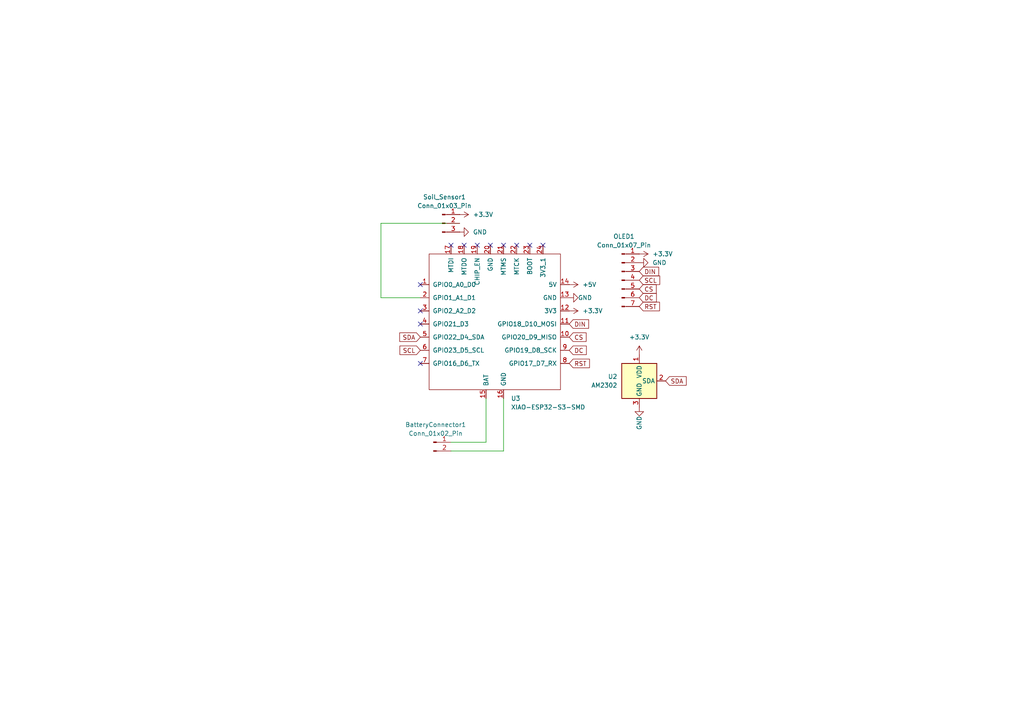
<source format=kicad_sch>
(kicad_sch (version 20250114) (generator "eeschema") (generator_version "9.0")
  (paper "A4")
  (lib_symbols
    (symbol "Connector:Conn_01x02_Pin" (pin_names (offset 1.016) (hide yes))
      (property "Reference" "J" (at 0 2.54 0))
      (property "Value" "Conn_01x02_Pin" (at 0 -5.08 0))
      (symbol "Conn_01x02_Pin_1_1"
        (rectangle (start 0.8636 0.127) (end 0 -0.127) (stroke (width 0.1524)) (fill (type outline)))
        (rectangle (start 0.8636 -2.413) (end 0 -2.667) (stroke (width 0.1524)) (fill (type outline)))
        (polyline (pts (xy 1.27 0) (xy 0.8636 0)) (stroke (width 0.1524)))
        (polyline (pts (xy 1.27 -2.54) (xy 0.8636 -2.54)) (stroke (width 0.1524)))
        (pin passive line (at 5.08 0 180) (length 3.81) (name "Pin_1") (number "1"))
        (pin passive line (at 5.08 -2.54 180) (length 3.81) (name "Pin_2") (number "2"))
      )
    )
    (symbol "Connector:Conn_01x03_Pin" (pin_names (offset 1.016) (hide yes))
      (property "Reference" "J" (at 0 5.08 0))
      (property "Value" "Conn_01x03_Pin" (at 0 -5.08 0))
      (symbol "Conn_01x03_Pin_1_1"
        (rectangle (start 0.8636 2.667) (end 0 2.413) (stroke (width 0.1524)) (fill (type outline)))
        (rectangle (start 0.8636 0.127) (end 0 -0.127) (stroke (width 0.1524)) (fill (type outline)))
        (rectangle (start 0.8636 -2.413) (end 0 -2.667) (stroke (width 0.1524)) (fill (type outline)))
        (polyline (pts (xy 1.27 2.54) (xy 0.8636 2.54)) (stroke (width 0.1524)))
        (polyline (pts (xy 1.27 0) (xy 0.8636 0)) (stroke (width 0.1524)))
        (polyline (pts (xy 1.27 -2.54) (xy 0.8636 -2.54)) (stroke (width 0.1524)))
        (pin passive line (at 5.08 2.54 180) (length 3.81) (name "Pin_1") (number "1"))
        (pin passive line (at 5.08 0 180) (length 3.81) (name "Pin_2") (number "2"))
        (pin passive line (at 5.08 -2.54 180) (length 3.81) (name "Pin_3") (number "3"))
      )
    )
    (symbol "Connector:Conn_01x07_Pin" (pin_names (offset 1.016) (hide yes))
      (property "Reference" "J" (at 0 10.16 0))
      (property "Value" "Conn_01x07_Pin" (at 0 -10.16 0))
      (symbol "Conn_01x07_Pin_1_1"
        (rectangle (start 0.8636 7.747) (end 0 7.493) (stroke (width 0.1524)) (fill (type outline)))
        (rectangle (start 0.8636 5.207) (end 0 4.953) (stroke (width 0.1524)) (fill (type outline)))
        (rectangle (start 0.8636 2.667) (end 0 2.413) (stroke (width 0.1524)) (fill (type outline)))
        (rectangle (start 0.8636 0.127) (end 0 -0.127) (stroke (width 0.1524)) (fill (type outline)))
        (rectangle (start 0.8636 -2.413) (end 0 -2.667) (stroke (width 0.1524)) (fill (type outline)))
        (rectangle (start 0.8636 -4.953) (end 0 -5.207) (stroke (width 0.1524)) (fill (type outline)))
        (rectangle (start 0.8636 -7.493) (end 0 -7.747) (stroke (width 0.1524)) (fill (type outline)))
        (polyline (pts (xy 1.27 7.62) (xy 0.8636 7.62)) (stroke (width 0.1524)))
        (polyline (pts (xy 1.27 5.08) (xy 0.8636 5.08)) (stroke (width 0.1524)))
        (polyline (pts (xy 1.27 2.54) (xy 0.8636 2.54)) (stroke (width 0.1524)))
        (polyline (pts (xy 1.27 0) (xy 0.8636 0)) (stroke (width 0.1524)))
        (polyline (pts (xy 1.27 -2.54) (xy 0.8636 -2.54)) (stroke (width 0.1524)))
        (polyline (pts (xy 1.27 -5.08) (xy 0.8636 -5.08)) (stroke (width 0.1524)))
        (polyline (pts (xy 1.27 -7.62) (xy 0.8636 -7.62)) (stroke (width 0.1524)))
        (pin passive line (at 5.08 7.62 180) (length 3.81) (name "Pin_1") (number "1"))
        (pin passive line (at 5.08 5.08 180) (length 3.81) (name "Pin_2") (number "2"))
        (pin passive line (at 5.08 2.54 180) (length 3.81) (name "Pin_3") (number "3"))
        (pin passive line (at 5.08 0 180) (length 3.81) (name "Pin_4") (number "4"))
        (pin passive line (at 5.08 -2.54 180) (length 3.81) (name "Pin_5") (number "5"))
        (pin passive line (at 5.08 -5.08 180) (length 3.81) (name "Pin_6") (number "6"))
        (pin passive line (at 5.08 -7.62 180) (length 3.81) (name "Pin_7") (number "7"))
      )
    )
    (symbol "OPL:XIAO-ESP32-C6-SMD" (pin_names (offset 1.016))
      (property "Reference" "U" (at -18.542 23.114 0))
      (property "Value" "XIAO-ESP32-S3-SMD" (at -8.382 21.336 0))
      (symbol "XIAO-ESP32-C6-SMD_0_1"
        (rectangle (start 19.05 -19.05) (end -19.05 20.32))
      )
      (symbol "XIAO-ESP32-C6-SMD_1_1"
        (pin passive line (at -21.59 11.43 0) (length 2.54) (name "GPIO0_A0_D0") (number "1"))
        (pin passive line (at -21.59 7.62 0) (length 2.54) (name "GPIO1_A1_D1") (number "2"))
        (pin passive line (at -21.59 3.81 0) (length 2.54) (name "GPIO2_A2_D2") (number "3"))
        (pin passive line (at -21.59 0 0) (length 2.54) (name "GPIO21_D3") (number "4"))
        (pin passive line (at -21.59 -3.81 0) (length 2.54) (name "GPIO22_D4_SDA") (number "5"))
        (pin passive line (at -21.59 -7.62 0) (length 2.54) (name "GPIO23_D5_SCL") (number "6"))
        (pin passive line (at -21.59 -11.43 0) (length 2.54) (name "GPIO16_D6_TX") (number "7"))
        (pin passive line (at -12.7 22.86 270) (length 2.54) (name "MTDI") (number "17"))
        (pin passive line (at -8.89 22.86 270) (length 2.54) (name "MTDO") (number "18"))
        (pin passive line (at -5.08 22.86 270) (length 2.54) (name "CHIP_EN") (number "19"))
        (pin passive line (at -2.54 -21.59 90) (length 2.54) (name "BAT") (number "15"))
        (pin passive line (at -1.27 22.86 270) (length 2.54) (name "GND") (number "20"))
        (pin passive line (at 2.54 22.86 270) (length 2.54) (name "MTMS") (number "21"))
        (pin passive line (at 2.54 -21.59 90) (length 2.54) (name "GND") (number "16"))
        (pin passive line (at 6.35 22.86 270) (length 2.54) (name "MTCK") (number "22"))
        (pin passive line (at 10.16 22.86 270) (length 2.54) (name "BOOT") (number "23"))
        (pin passive line (at 13.97 22.86 270) (length 2.54) (name "3V3_1") (number "24"))
        (pin passive line (at 21.59 11.43 180) (length 2.54) (name "5V") (number "14"))
        (pin passive line (at 21.59 7.62 180) (length 2.54) (name "GND") (number "13"))
        (pin passive line (at 21.59 3.81 180) (length 2.54) (name "3V3") (number "12"))
        (pin passive line (at 21.59 0 180) (length 2.54) (name "GPIO18_D10_MOSI") (number "11"))
        (pin passive line (at 21.59 -3.81 180) (length 2.54) (name "GPIO20_D9_MISO") (number "10"))
        (pin passive line (at 21.59 -7.62 180) (length 2.54) (name "GPIO19_D8_SCK") (number "9"))
        (pin passive line (at 21.59 -11.43 180) (length 2.54) (name "GPIO17_D7_RX") (number "8"))
      )
    )
    (symbol "Sensor:AM2302"
      (property "Reference" "U" (at -3.81 6.35 0))
      (property "Value" "AM2302" (at 3.81 6.35 0))
      (symbol "AM2302_0_1"
        (rectangle (start -5.08 5.08) (end 5.08 -5.08) (stroke (width 0.254)) (fill (type background)))
      )
      (symbol "AM2302_1_1"
        (pin power_in line (at 0 7.62 270) (length 2.54) (name "VDD") (number "1"))
        (pin power_in line (at 0 -7.62 90) (length 2.54) (name "GND") (number "3"))
        (pin passive line (at 0 -7.62 90) (length 2.54) (hide yes) (name "GND") (number "4"))
        (pin bidirectional line (at 7.62 0 180) (length 2.54) (name "SDA") (number "2"))
      )
    )
    (symbol "power:+3.3V" (power) (pin_numbers (hide yes)) (pin_names (offset 0) (hide yes))
      (property "Value" "+3.3V" (at 0 3.556 0))
      (symbol "+3.3V_0_1"
        (polyline (pts (xy -0.762 1.27) (xy 0 2.54)))
        (polyline (pts (xy 0 2.54) (xy 0.762 1.27)))
        (polyline (pts (xy 0 0) (xy 0 2.54)))
      )
      (symbol "+3.3V_1_1"
        (pin power_in line (at 0 0 90) (length 0) (name "~") (number "1"))
      )
    )
    (symbol "power:+5V" (power) (pin_numbers (hide yes)) (pin_names (offset 0) (hide yes))
      (property "Value" "+5V" (at 0 3.556 0))
      (symbol "+5V_0_1"
        (polyline (pts (xy -0.762 1.27) (xy 0 2.54)))
        (polyline (pts (xy 0 2.54) (xy 0.762 1.27)))
        (polyline (pts (xy 0 0) (xy 0 2.54)))
      )
      (symbol "+5V_1_1"
        (pin power_in line (at 0 0 90) (length 0) (name "~") (number "1"))
      )
    )
    (symbol "power:GND" (power) (pin_numbers (hide yes)) (pin_names (offset 0) (hide yes))
      (property "Value" "GND" (at 0 -3.81 0))
      (symbol "GND_0_1"
        (polyline (pts (xy 0 0) (xy 0 -1.27) (xy 1.27 -1.27) (xy 0 -2.54) (xy -1.27 -1.27) (xy 0 -1.27)))
      )
      (symbol "GND_1_1"
        (pin power_in line (at 0 0 270) (length 0) (name "~") (number "1"))
      )
    )
  )
  (no_connect (at 121.92 93.98))
  (no_connect (at 121.92 90.17))
  (no_connect (at 157.48 71.12))
  (no_connect (at 121.92 105.41))
  (no_connect (at 142.24 71.12))
  (no_connect (at 149.86 71.12))
  (no_connect (at 130.81 71.12))
  (no_connect (at 121.92 82.55))
  (no_connect (at 146.05 71.12))
  (no_connect (at 153.67 71.12))
  (no_connect (at 134.62 71.12))
  (no_connect (at 138.43 71.12))
  (wire (pts (xy 110.49 86.36) (xy 121.92 86.36)))
  (wire (pts (xy 130.81 128.27) (xy 140.97 128.27)))
  (wire (pts (xy 110.49 64.77) (xy 110.49 86.36)))
  (wire (pts (xy 140.97 128.27) (xy 140.97 115.57)))
  (wire (pts (xy 130.81 130.81) (xy 146.05 130.81)))
  (wire (pts (xy 146.05 130.81) (xy 146.05 115.57)))
  (wire (pts (xy 133.35 64.77) (xy 110.49 64.77)))
  (global_label "DC" (shape input) (at 165.1 101.6 0) (property "Intersheetrefs" "${INTERSHEET_REFS}" (effects (hide yes))))
  (global_label "RST" (shape input) (at 165.1 105.41 0) (property "Intersheetrefs" "${INTERSHEET_REFS}" (effects (hide yes))))
  (global_label "DC" (shape input) (at 185.42 86.36 0) (property "Intersheetrefs" "${INTERSHEET_REFS}" (effects (hide yes))))
  (global_label "SCL" (shape input) (at 185.42 81.28 0) (property "Intersheetrefs" "${INTERSHEET_REFS}" (effects (hide yes))))
  (global_label "RST" (shape input) (at 185.42 88.9 0) (property "Intersheetrefs" "${INTERSHEET_REFS}" (effects (hide yes))))
  (global_label "SDA" (shape input) (at 193.04 110.49 0) (property "Intersheetrefs" "${INTERSHEET_REFS}" (effects (hide yes))))
  (global_label "DIN" (shape input) (at 165.1 93.98 0) (property "Intersheetrefs" "${INTERSHEET_REFS}" (effects (hide yes))))
  (global_label "DIN" (shape input) (at 185.42 78.74 0) (property "Intersheetrefs" "${INTERSHEET_REFS}" (effects (hide yes))))
  (global_label "CS" (shape input) (at 165.1 97.79 0) (property "Intersheetrefs" "${INTERSHEET_REFS}" (effects (hide yes))))
  (global_label "SCL" (shape input) (at 121.92 101.6 180) (property "Intersheetrefs" "${INTERSHEET_REFS}" (effects (hide yes))))
  (global_label "CS" (shape input) (at 185.42 83.82 0) (property "Intersheetrefs" "${INTERSHEET_REFS}" (effects (hide yes))))
  (global_label "SDA" (shape input) (at 121.92 97.79 180) (property "Intersheetrefs" "${INTERSHEET_REFS}" (effects (hide yes))))
  (symbol (lib_id "OPL:XIAO-ESP32-C6-SMD") (at 143.51 93.98 0) (unit 1)
    (property "Reference" "U3" (at 148.1933 115.57 0) (effects (justify left)))
    (property "Value" "XIAO-ESP32-S3-SMD" (at 148.1933 118.11 0) (effects (justify left)))
    (property "Footprint" "Library:XIAO-ESP32C6-SMD" (effects (hide yes)))
  )
  (symbol (lib_id "Connector:Conn_01x07_Pin") (at 180.34 81.28 0) (unit 1)
    (property "Reference" "OLED1" (at 180.975 68.58 0))
    (property "Value" "Conn_01x07_Pin" (at 180.975 71.12 0))
    (property "Footprint" "Connector_PinHeader_2.54mm:PinHeader_1x07_P2.54mm_Vertical" (effects (hide yes)))
    (property "Description" "Generic connector, single row, 01x07, script generated" (effects (hide yes)))
  )
  (symbol (lib_id "Connector:Conn_01x03_Pin") (at 128.27 64.77 0) (unit 1)
    (property "Reference" "Soil_Sensor1" (at 128.905 57.15 0))
    (property "Value" "Conn_01x03_Pin" (at 128.905 59.69 0))
    (property "Footprint" "Connector_PinHeader_2.54mm:PinHeader_1x03_P2.54mm_Vertical" (effects (hide yes)))
    (property "Description" "Generic connector, single row, 01x03, script generated" (effects (hide yes)))
  )
  (symbol (lib_id "power:GND") (at 185.42 76.2 90) (unit 1)
    (property "Reference" "#PWR07" (effects (hide yes)))
    (property "Value" "GND" (at 189.23 76.1999 90) (effects (justify right)))
    (property "Description" "Power symbol creates a global label with name \"GND\" , ground" (effects (hide yes)))
  )
  (symbol (lib_id "Sensor:AM2302") (at 185.42 110.49 0) (unit 1)
    (property "Reference" "U2" (at 179.07 109.2199 0) (effects (justify right)))
    (property "Value" "AM2302" (at 179.07 111.7599 0) (effects (justify right)))
    (property "Footprint" "Sensor:ASAIR_AM2302_P2.54mm_Vertical" (effects (hide yes)))
    (property "Datasheet" "http://akizukidenshi.com/download/ds/aosong/AM2302.pdf" (effects (hide yes)))
    (property "Description" "3.3 to 5.0V, Temperature and humidity module,  DHT22, AM2302" (effects (hide yes)))
  )
  (symbol (lib_id "power:GND") (at 133.35 67.31 90) (unit 1)
    (property "Reference" "#PWR014" (effects (hide yes)))
    (property "Value" "GND" (at 137.16 67.3099 90) (effects (justify right)))
    (property "Description" "Power symbol creates a global label with name \"GND\" , ground" (effects (hide yes)))
  )
  (symbol (lib_id "power:GND") (at 165.1 86.36 90) (unit 1)
    (property "Reference" "#PWR011" (effects (hide yes)))
    (property "Value" "GND" (at 169.672 86.36 90))
    (property "Description" "Power symbol creates a global label with name \"GND\" , ground" (effects (hide yes)))
  )
  (symbol (lib_id "power:+3.3V") (at 185.42 73.66 270) (unit 1)
    (property "Reference" "#PWR06" (effects (hide yes)))
    (property "Value" "+3.3V" (at 189.23 73.6599 90) (effects (justify left)))
    (property "Description" "Power symbol creates a global label with name \"+3.3V\"" (effects (hide yes)))
  )
  (symbol (lib_id "power:+3.3V") (at 165.1 90.17 270) (unit 1)
    (property "Reference" "#PWR010" (effects (hide yes)))
    (property "Value" "+3.3V" (at 168.91 90.1699 90) (effects (justify left)))
    (property "Description" "Power symbol creates a global label with name \"+3.3V\"" (effects (hide yes)))
  )
  (symbol (lib_id "power:+3.3V") (at 133.35 62.23 270) (unit 1)
    (property "Reference" "#PWR013" (effects (hide yes)))
    (property "Value" "+3.3V" (at 137.16 62.2299 90) (effects (justify left)))
    (property "Description" "Power symbol creates a global label with name \"+3.3V\"" (effects (hide yes)))
  )
  (symbol (lib_id "power:+5V") (at 165.1 82.55 270) (unit 1)
    (property "Reference" "#PWR012" (effects (hide yes)))
    (property "Value" "+5V" (at 168.91 82.5499 90) (effects (justify left)))
    (property "Description" "Power symbol creates a global label with name \"+5V\"" (effects (hide yes)))
  )
  (symbol (lib_id "power:+3.3V") (at 185.42 102.87 0) (unit 1)
    (property "Reference" "#PWR08" (effects (hide yes)))
    (property "Value" "+3.3V" (at 185.42 97.79 0))
    (property "Description" "Power symbol creates a global label with name \"+3.3V\"" (effects (hide yes)))
  )
  (symbol (lib_id "Connector:Conn_01x02_Pin") (at 125.73 128.27 0) (unit 1)
    (property "Reference" "BatteryConnector1" (at 126.365 123.19 0))
    (property "Value" "Conn_01x02_Pin" (at 126.365 125.73 0))
    (property "Footprint" "Connector_JST:JST_PH_S2B-PH-K_1x02_P2.00mm_Horizontal" (effects (hide yes)))
    (property "Description" "Generic connector, single row, 01x02, script generated" (effects (hide yes)))
  )
  (symbol (lib_id "power:GND") (at 185.42 118.11 0) (unit 1)
    (property "Reference" "#PWR09" (effects (hide yes)))
    (property "Value" "GND" (at 185.42 122.682 90))
    (property "Description" "Power symbol creates a global label with name \"GND\" , ground" (effects (hide yes)))
  )
)
</source>
